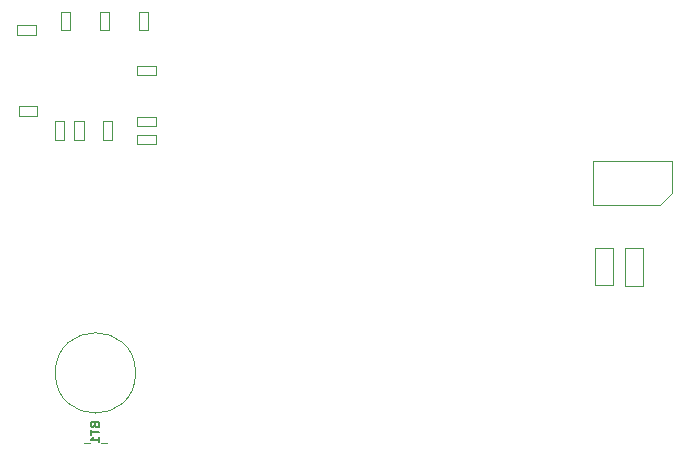
<source format=gbr>
G04 #@! TF.GenerationSoftware,KiCad,Pcbnew,(5.1.2-1)-1*
G04 #@! TF.CreationDate,2020-07-08T23:16:21+01:00*
G04 #@! TF.ProjectId,tranZPUter-SW,7472616e-5a50-4557-9465-722d53572e6b,rev?*
G04 #@! TF.SameCoordinates,Original*
G04 #@! TF.FileFunction,Other,Fab,Bot*
%FSLAX46Y46*%
G04 Gerber Fmt 4.6, Leading zero omitted, Abs format (unit mm)*
G04 Created by KiCad (PCBNEW (5.1.2-1)-1) date 2020-07-08 23:16:21*
%MOMM*%
%LPD*%
G04 APERTURE LIST*
%ADD10C,0.100000*%
%ADD11C,0.150000*%
G04 APERTURE END LIST*
D10*
X190929000Y-112069000D02*
X184229000Y-112069000D01*
X184229000Y-115769000D02*
X184229000Y-112069000D01*
X190929000Y-114769000D02*
X190929000Y-112069000D01*
X189929000Y-115769000D02*
X184229000Y-115769000D01*
X189929000Y-115769000D02*
X190929000Y-114769000D01*
X188506000Y-122631000D02*
X188506000Y-119431000D01*
X186906000Y-122631000D02*
X188506000Y-122631000D01*
X186906000Y-119431000D02*
X186906000Y-122631000D01*
X188506000Y-119431000D02*
X186906000Y-119431000D01*
X185966000Y-122594000D02*
X185966000Y-119394000D01*
X184366000Y-122594000D02*
X185966000Y-122594000D01*
X184366000Y-119394000D02*
X184366000Y-122594000D01*
X185966000Y-119394000D02*
X184366000Y-119394000D01*
X137071000Y-100565000D02*
X135471000Y-100565000D01*
X137071000Y-101365000D02*
X137071000Y-100565000D01*
X135471000Y-101365000D02*
X137071000Y-101365000D01*
X135471000Y-100565000D02*
X135471000Y-101365000D01*
X145631000Y-109112000D02*
X147231000Y-109112000D01*
X145631000Y-108312000D02*
X145631000Y-109112000D01*
X147231000Y-108312000D02*
X145631000Y-108312000D01*
X147231000Y-109112000D02*
X147231000Y-108312000D01*
X139973000Y-101003000D02*
X139973000Y-99403000D01*
X139173000Y-101003000D02*
X139973000Y-101003000D01*
X139173000Y-99403000D02*
X139173000Y-101003000D01*
X139973000Y-99403000D02*
X139173000Y-99403000D01*
X145631000Y-110636000D02*
X147231000Y-110636000D01*
X145631000Y-109836000D02*
X145631000Y-110636000D01*
X147231000Y-109836000D02*
X145631000Y-109836000D01*
X147231000Y-110636000D02*
X147231000Y-109836000D01*
X145631000Y-104794000D02*
X147231000Y-104794000D01*
X145631000Y-103994000D02*
X145631000Y-104794000D01*
X147231000Y-103994000D02*
X145631000Y-103994000D01*
X147231000Y-104794000D02*
X147231000Y-103994000D01*
X146577000Y-101003000D02*
X146577000Y-99403000D01*
X145777000Y-101003000D02*
X146577000Y-101003000D01*
X145777000Y-99403000D02*
X145777000Y-101003000D01*
X146577000Y-99403000D02*
X145777000Y-99403000D01*
X143275000Y-101003000D02*
X143275000Y-99403000D01*
X142475000Y-101003000D02*
X143275000Y-101003000D01*
X142475000Y-99403000D02*
X142475000Y-101003000D01*
X143275000Y-99403000D02*
X142475000Y-99403000D01*
X137198000Y-107423000D02*
X135598000Y-107423000D01*
X137198000Y-108223000D02*
X137198000Y-107423000D01*
X135598000Y-108223000D02*
X137198000Y-108223000D01*
X135598000Y-107423000D02*
X135598000Y-108223000D01*
X138665000Y-108674000D02*
X138665000Y-110274000D01*
X139465000Y-108674000D02*
X138665000Y-108674000D01*
X139465000Y-110274000D02*
X139465000Y-108674000D01*
X138665000Y-110274000D02*
X139465000Y-110274000D01*
X140316000Y-108674000D02*
X140316000Y-110274000D01*
X141116000Y-108674000D02*
X140316000Y-108674000D01*
X141116000Y-110274000D02*
X141116000Y-108674000D01*
X140316000Y-110274000D02*
X141116000Y-110274000D01*
X142729000Y-108674000D02*
X142729000Y-110274000D01*
X143529000Y-108674000D02*
X142729000Y-108674000D01*
X143529000Y-110274000D02*
X143529000Y-108674000D01*
X142729000Y-110274000D02*
X143529000Y-110274000D01*
X145513000Y-130001000D02*
G75*
G03X145513000Y-130001000I-3400000J0D01*
G01*
X141113000Y-135901000D02*
X141613000Y-135901000D01*
X142613000Y-135901000D02*
X143113000Y-135901000D01*
D11*
X142059428Y-134411714D02*
X142095142Y-134518857D01*
X142130857Y-134554571D01*
X142202285Y-134590285D01*
X142309428Y-134590285D01*
X142380857Y-134554571D01*
X142416571Y-134518857D01*
X142452285Y-134447428D01*
X142452285Y-134161714D01*
X141702285Y-134161714D01*
X141702285Y-134411714D01*
X141738000Y-134483142D01*
X141773714Y-134518857D01*
X141845142Y-134554571D01*
X141916571Y-134554571D01*
X141988000Y-134518857D01*
X142023714Y-134483142D01*
X142059428Y-134411714D01*
X142059428Y-134161714D01*
X141702285Y-134804571D02*
X141702285Y-135233142D01*
X142452285Y-135018857D02*
X141702285Y-135018857D01*
X142452285Y-135876000D02*
X142452285Y-135447428D01*
X142452285Y-135661714D02*
X141702285Y-135661714D01*
X141809428Y-135590285D01*
X141880857Y-135518857D01*
X141916571Y-135447428D01*
M02*

</source>
